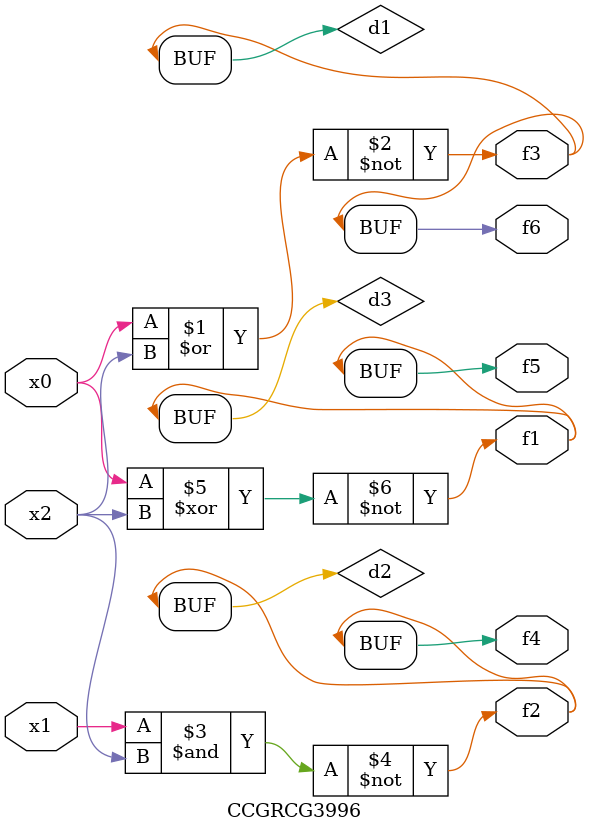
<source format=v>
module CCGRCG3996(
	input x0, x1, x2,
	output f1, f2, f3, f4, f5, f6
);

	wire d1, d2, d3;

	nor (d1, x0, x2);
	nand (d2, x1, x2);
	xnor (d3, x0, x2);
	assign f1 = d3;
	assign f2 = d2;
	assign f3 = d1;
	assign f4 = d2;
	assign f5 = d3;
	assign f6 = d1;
endmodule

</source>
